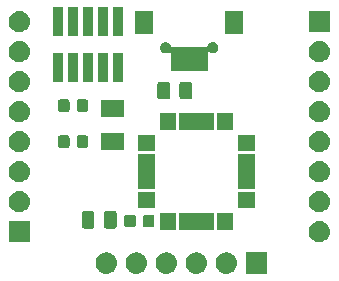
<source format=gbr>
G04 #@! TF.GenerationSoftware,KiCad,Pcbnew,(5.0.1)-rc2*
G04 #@! TF.CreationDate,2019-05-10T17:24:36-07:00*
G04 #@! TF.ProjectId,SAMD21E,53414D443231452E6B696361645F7063,rev?*
G04 #@! TF.SameCoordinates,Original*
G04 #@! TF.FileFunction,Soldermask,Top*
G04 #@! TF.FilePolarity,Negative*
%FSLAX46Y46*%
G04 Gerber Fmt 4.6, Leading zero omitted, Abs format (unit mm)*
G04 Created by KiCad (PCBNEW (5.0.1)-rc2) date 5/10/2019 5:24:36 PM*
%MOMM*%
%LPD*%
G01*
G04 APERTURE LIST*
%ADD10C,0.100000*%
G04 APERTURE END LIST*
D10*
G36*
X152510443Y-110992519D02*
X152576627Y-110999037D01*
X152689853Y-111033384D01*
X152746467Y-111050557D01*
X152885087Y-111124652D01*
X152902991Y-111134222D01*
X152938729Y-111163552D01*
X153040186Y-111246814D01*
X153123448Y-111348271D01*
X153152778Y-111384009D01*
X153152779Y-111384011D01*
X153236443Y-111540533D01*
X153236443Y-111540534D01*
X153287963Y-111710373D01*
X153305359Y-111887000D01*
X153287963Y-112063627D01*
X153253616Y-112176853D01*
X153236443Y-112233467D01*
X153162348Y-112372087D01*
X153152778Y-112389991D01*
X153123448Y-112425729D01*
X153040186Y-112527186D01*
X152938729Y-112610448D01*
X152902991Y-112639778D01*
X152902989Y-112639779D01*
X152746467Y-112723443D01*
X152689853Y-112740616D01*
X152576627Y-112774963D01*
X152510443Y-112781481D01*
X152444260Y-112788000D01*
X152355740Y-112788000D01*
X152289557Y-112781481D01*
X152223373Y-112774963D01*
X152110147Y-112740616D01*
X152053533Y-112723443D01*
X151897011Y-112639779D01*
X151897009Y-112639778D01*
X151861271Y-112610448D01*
X151759814Y-112527186D01*
X151676552Y-112425729D01*
X151647222Y-112389991D01*
X151637652Y-112372087D01*
X151563557Y-112233467D01*
X151546384Y-112176853D01*
X151512037Y-112063627D01*
X151494641Y-111887000D01*
X151512037Y-111710373D01*
X151563557Y-111540534D01*
X151563557Y-111540533D01*
X151647221Y-111384011D01*
X151647222Y-111384009D01*
X151676552Y-111348271D01*
X151759814Y-111246814D01*
X151861271Y-111163552D01*
X151897009Y-111134222D01*
X151914913Y-111124652D01*
X152053533Y-111050557D01*
X152110147Y-111033384D01*
X152223373Y-110999037D01*
X152289557Y-110992519D01*
X152355740Y-110986000D01*
X152444260Y-110986000D01*
X152510443Y-110992519D01*
X152510443Y-110992519D01*
G37*
G36*
X162670443Y-110992519D02*
X162736627Y-110999037D01*
X162849853Y-111033384D01*
X162906467Y-111050557D01*
X163045087Y-111124652D01*
X163062991Y-111134222D01*
X163098729Y-111163552D01*
X163200186Y-111246814D01*
X163283448Y-111348271D01*
X163312778Y-111384009D01*
X163312779Y-111384011D01*
X163396443Y-111540533D01*
X163396443Y-111540534D01*
X163447963Y-111710373D01*
X163465359Y-111887000D01*
X163447963Y-112063627D01*
X163413616Y-112176853D01*
X163396443Y-112233467D01*
X163322348Y-112372087D01*
X163312778Y-112389991D01*
X163283448Y-112425729D01*
X163200186Y-112527186D01*
X163098729Y-112610448D01*
X163062991Y-112639778D01*
X163062989Y-112639779D01*
X162906467Y-112723443D01*
X162849853Y-112740616D01*
X162736627Y-112774963D01*
X162670443Y-112781481D01*
X162604260Y-112788000D01*
X162515740Y-112788000D01*
X162449557Y-112781481D01*
X162383373Y-112774963D01*
X162270147Y-112740616D01*
X162213533Y-112723443D01*
X162057011Y-112639779D01*
X162057009Y-112639778D01*
X162021271Y-112610448D01*
X161919814Y-112527186D01*
X161836552Y-112425729D01*
X161807222Y-112389991D01*
X161797652Y-112372087D01*
X161723557Y-112233467D01*
X161706384Y-112176853D01*
X161672037Y-112063627D01*
X161654641Y-111887000D01*
X161672037Y-111710373D01*
X161723557Y-111540534D01*
X161723557Y-111540533D01*
X161807221Y-111384011D01*
X161807222Y-111384009D01*
X161836552Y-111348271D01*
X161919814Y-111246814D01*
X162021271Y-111163552D01*
X162057009Y-111134222D01*
X162074913Y-111124652D01*
X162213533Y-111050557D01*
X162270147Y-111033384D01*
X162383373Y-110999037D01*
X162449557Y-110992519D01*
X162515740Y-110986000D01*
X162604260Y-110986000D01*
X162670443Y-110992519D01*
X162670443Y-110992519D01*
G37*
G36*
X166001000Y-112788000D02*
X164199000Y-112788000D01*
X164199000Y-110986000D01*
X166001000Y-110986000D01*
X166001000Y-112788000D01*
X166001000Y-112788000D01*
G37*
G36*
X160130443Y-110992519D02*
X160196627Y-110999037D01*
X160309853Y-111033384D01*
X160366467Y-111050557D01*
X160505087Y-111124652D01*
X160522991Y-111134222D01*
X160558729Y-111163552D01*
X160660186Y-111246814D01*
X160743448Y-111348271D01*
X160772778Y-111384009D01*
X160772779Y-111384011D01*
X160856443Y-111540533D01*
X160856443Y-111540534D01*
X160907963Y-111710373D01*
X160925359Y-111887000D01*
X160907963Y-112063627D01*
X160873616Y-112176853D01*
X160856443Y-112233467D01*
X160782348Y-112372087D01*
X160772778Y-112389991D01*
X160743448Y-112425729D01*
X160660186Y-112527186D01*
X160558729Y-112610448D01*
X160522991Y-112639778D01*
X160522989Y-112639779D01*
X160366467Y-112723443D01*
X160309853Y-112740616D01*
X160196627Y-112774963D01*
X160130443Y-112781481D01*
X160064260Y-112788000D01*
X159975740Y-112788000D01*
X159909557Y-112781481D01*
X159843373Y-112774963D01*
X159730147Y-112740616D01*
X159673533Y-112723443D01*
X159517011Y-112639779D01*
X159517009Y-112639778D01*
X159481271Y-112610448D01*
X159379814Y-112527186D01*
X159296552Y-112425729D01*
X159267222Y-112389991D01*
X159257652Y-112372087D01*
X159183557Y-112233467D01*
X159166384Y-112176853D01*
X159132037Y-112063627D01*
X159114641Y-111887000D01*
X159132037Y-111710373D01*
X159183557Y-111540534D01*
X159183557Y-111540533D01*
X159267221Y-111384011D01*
X159267222Y-111384009D01*
X159296552Y-111348271D01*
X159379814Y-111246814D01*
X159481271Y-111163552D01*
X159517009Y-111134222D01*
X159534913Y-111124652D01*
X159673533Y-111050557D01*
X159730147Y-111033384D01*
X159843373Y-110999037D01*
X159909557Y-110992519D01*
X159975740Y-110986000D01*
X160064260Y-110986000D01*
X160130443Y-110992519D01*
X160130443Y-110992519D01*
G37*
G36*
X155050443Y-110992519D02*
X155116627Y-110999037D01*
X155229853Y-111033384D01*
X155286467Y-111050557D01*
X155425087Y-111124652D01*
X155442991Y-111134222D01*
X155478729Y-111163552D01*
X155580186Y-111246814D01*
X155663448Y-111348271D01*
X155692778Y-111384009D01*
X155692779Y-111384011D01*
X155776443Y-111540533D01*
X155776443Y-111540534D01*
X155827963Y-111710373D01*
X155845359Y-111887000D01*
X155827963Y-112063627D01*
X155793616Y-112176853D01*
X155776443Y-112233467D01*
X155702348Y-112372087D01*
X155692778Y-112389991D01*
X155663448Y-112425729D01*
X155580186Y-112527186D01*
X155478729Y-112610448D01*
X155442991Y-112639778D01*
X155442989Y-112639779D01*
X155286467Y-112723443D01*
X155229853Y-112740616D01*
X155116627Y-112774963D01*
X155050443Y-112781481D01*
X154984260Y-112788000D01*
X154895740Y-112788000D01*
X154829557Y-112781481D01*
X154763373Y-112774963D01*
X154650147Y-112740616D01*
X154593533Y-112723443D01*
X154437011Y-112639779D01*
X154437009Y-112639778D01*
X154401271Y-112610448D01*
X154299814Y-112527186D01*
X154216552Y-112425729D01*
X154187222Y-112389991D01*
X154177652Y-112372087D01*
X154103557Y-112233467D01*
X154086384Y-112176853D01*
X154052037Y-112063627D01*
X154034641Y-111887000D01*
X154052037Y-111710373D01*
X154103557Y-111540534D01*
X154103557Y-111540533D01*
X154187221Y-111384011D01*
X154187222Y-111384009D01*
X154216552Y-111348271D01*
X154299814Y-111246814D01*
X154401271Y-111163552D01*
X154437009Y-111134222D01*
X154454913Y-111124652D01*
X154593533Y-111050557D01*
X154650147Y-111033384D01*
X154763373Y-110999037D01*
X154829557Y-110992519D01*
X154895740Y-110986000D01*
X154984260Y-110986000D01*
X155050443Y-110992519D01*
X155050443Y-110992519D01*
G37*
G36*
X157590443Y-110992519D02*
X157656627Y-110999037D01*
X157769853Y-111033384D01*
X157826467Y-111050557D01*
X157965087Y-111124652D01*
X157982991Y-111134222D01*
X158018729Y-111163552D01*
X158120186Y-111246814D01*
X158203448Y-111348271D01*
X158232778Y-111384009D01*
X158232779Y-111384011D01*
X158316443Y-111540533D01*
X158316443Y-111540534D01*
X158367963Y-111710373D01*
X158385359Y-111887000D01*
X158367963Y-112063627D01*
X158333616Y-112176853D01*
X158316443Y-112233467D01*
X158242348Y-112372087D01*
X158232778Y-112389991D01*
X158203448Y-112425729D01*
X158120186Y-112527186D01*
X158018729Y-112610448D01*
X157982991Y-112639778D01*
X157982989Y-112639779D01*
X157826467Y-112723443D01*
X157769853Y-112740616D01*
X157656627Y-112774963D01*
X157590443Y-112781481D01*
X157524260Y-112788000D01*
X157435740Y-112788000D01*
X157369557Y-112781481D01*
X157303373Y-112774963D01*
X157190147Y-112740616D01*
X157133533Y-112723443D01*
X156977011Y-112639779D01*
X156977009Y-112639778D01*
X156941271Y-112610448D01*
X156839814Y-112527186D01*
X156756552Y-112425729D01*
X156727222Y-112389991D01*
X156717652Y-112372087D01*
X156643557Y-112233467D01*
X156626384Y-112176853D01*
X156592037Y-112063627D01*
X156574641Y-111887000D01*
X156592037Y-111710373D01*
X156643557Y-111540534D01*
X156643557Y-111540533D01*
X156727221Y-111384011D01*
X156727222Y-111384009D01*
X156756552Y-111348271D01*
X156839814Y-111246814D01*
X156941271Y-111163552D01*
X156977009Y-111134222D01*
X156994913Y-111124652D01*
X157133533Y-111050557D01*
X157190147Y-111033384D01*
X157303373Y-110999037D01*
X157369557Y-110992519D01*
X157435740Y-110986000D01*
X157524260Y-110986000D01*
X157590443Y-110992519D01*
X157590443Y-110992519D01*
G37*
G36*
X170544443Y-108325519D02*
X170610627Y-108332037D01*
X170723853Y-108366384D01*
X170780467Y-108383557D01*
X170919087Y-108457652D01*
X170936991Y-108467222D01*
X170972729Y-108496552D01*
X171074186Y-108579814D01*
X171136152Y-108655321D01*
X171186778Y-108717009D01*
X171186779Y-108717011D01*
X171270443Y-108873533D01*
X171287515Y-108929812D01*
X171321963Y-109043373D01*
X171339359Y-109220000D01*
X171321963Y-109396627D01*
X171287616Y-109509853D01*
X171270443Y-109566467D01*
X171196348Y-109705087D01*
X171186778Y-109722991D01*
X171157448Y-109758729D01*
X171074186Y-109860186D01*
X170972729Y-109943448D01*
X170936991Y-109972778D01*
X170936989Y-109972779D01*
X170780467Y-110056443D01*
X170723853Y-110073616D01*
X170610627Y-110107963D01*
X170544443Y-110114481D01*
X170478260Y-110121000D01*
X170389740Y-110121000D01*
X170323557Y-110114481D01*
X170257373Y-110107963D01*
X170144147Y-110073616D01*
X170087533Y-110056443D01*
X169931011Y-109972779D01*
X169931009Y-109972778D01*
X169895271Y-109943448D01*
X169793814Y-109860186D01*
X169710552Y-109758729D01*
X169681222Y-109722991D01*
X169671652Y-109705087D01*
X169597557Y-109566467D01*
X169580384Y-109509853D01*
X169546037Y-109396627D01*
X169528641Y-109220000D01*
X169546037Y-109043373D01*
X169580485Y-108929812D01*
X169597557Y-108873533D01*
X169681221Y-108717011D01*
X169681222Y-108717009D01*
X169731848Y-108655321D01*
X169793814Y-108579814D01*
X169895271Y-108496552D01*
X169931009Y-108467222D01*
X169948913Y-108457652D01*
X170087533Y-108383557D01*
X170144147Y-108366384D01*
X170257373Y-108332037D01*
X170323557Y-108325519D01*
X170389740Y-108319000D01*
X170478260Y-108319000D01*
X170544443Y-108325519D01*
X170544443Y-108325519D01*
G37*
G36*
X145935000Y-110121000D02*
X144133000Y-110121000D01*
X144133000Y-108319000D01*
X145935000Y-108319000D01*
X145935000Y-110121000D01*
X145935000Y-110121000D01*
G37*
G36*
X161492130Y-109060180D02*
X158547870Y-109060180D01*
X158547870Y-107657700D01*
X161492130Y-107657700D01*
X161492130Y-109060180D01*
X161492130Y-109060180D01*
G37*
G36*
X158296810Y-109060180D02*
X156947670Y-109060180D01*
X156947670Y-107657700D01*
X158296810Y-107657700D01*
X158296810Y-109060180D01*
X158296810Y-109060180D01*
G37*
G36*
X163092330Y-109060180D02*
X161743190Y-109060180D01*
X161743190Y-107657700D01*
X163092330Y-107657700D01*
X163092330Y-109060180D01*
X163092330Y-109060180D01*
G37*
G36*
X151227166Y-107467725D02*
X151265837Y-107479456D01*
X151301479Y-107498508D01*
X151332717Y-107524143D01*
X151358352Y-107555381D01*
X151377404Y-107591023D01*
X151389135Y-107629694D01*
X151393700Y-107676048D01*
X151393700Y-108752272D01*
X151389135Y-108798626D01*
X151377404Y-108837297D01*
X151358352Y-108872939D01*
X151332717Y-108904177D01*
X151301479Y-108929812D01*
X151265837Y-108948864D01*
X151227166Y-108960595D01*
X151180812Y-108965160D01*
X150529588Y-108965160D01*
X150483234Y-108960595D01*
X150444563Y-108948864D01*
X150408921Y-108929812D01*
X150377683Y-108904177D01*
X150352048Y-108872939D01*
X150332996Y-108837297D01*
X150321265Y-108798626D01*
X150316700Y-108752272D01*
X150316700Y-107676048D01*
X150321265Y-107629694D01*
X150332996Y-107591023D01*
X150352048Y-107555381D01*
X150377683Y-107524143D01*
X150408921Y-107498508D01*
X150444563Y-107479456D01*
X150483234Y-107467725D01*
X150529588Y-107463160D01*
X151180812Y-107463160D01*
X151227166Y-107467725D01*
X151227166Y-107467725D01*
G37*
G36*
X153102166Y-107467725D02*
X153140837Y-107479456D01*
X153176479Y-107498508D01*
X153207717Y-107524143D01*
X153233352Y-107555381D01*
X153252404Y-107591023D01*
X153264135Y-107629694D01*
X153268700Y-107676048D01*
X153268700Y-108752272D01*
X153264135Y-108798626D01*
X153252404Y-108837297D01*
X153233352Y-108872939D01*
X153207717Y-108904177D01*
X153176479Y-108929812D01*
X153140837Y-108948864D01*
X153102166Y-108960595D01*
X153055812Y-108965160D01*
X152404588Y-108965160D01*
X152358234Y-108960595D01*
X152319563Y-108948864D01*
X152283921Y-108929812D01*
X152252683Y-108904177D01*
X152227048Y-108872939D01*
X152207996Y-108837297D01*
X152196265Y-108798626D01*
X152191700Y-108752272D01*
X152191700Y-107676048D01*
X152196265Y-107629694D01*
X152207996Y-107591023D01*
X152227048Y-107555381D01*
X152252683Y-107524143D01*
X152283921Y-107498508D01*
X152319563Y-107479456D01*
X152358234Y-107467725D01*
X152404588Y-107463160D01*
X153055812Y-107463160D01*
X153102166Y-107467725D01*
X153102166Y-107467725D01*
G37*
G36*
X154748491Y-107804005D02*
X154782469Y-107814313D01*
X154813787Y-107831053D01*
X154841239Y-107853581D01*
X154863767Y-107881033D01*
X154880507Y-107912351D01*
X154890815Y-107946329D01*
X154894900Y-107987810D01*
X154894900Y-108664030D01*
X154890815Y-108705511D01*
X154880507Y-108739489D01*
X154863767Y-108770807D01*
X154841239Y-108798259D01*
X154813787Y-108820787D01*
X154782469Y-108837527D01*
X154748491Y-108847835D01*
X154707010Y-108851920D01*
X154105790Y-108851920D01*
X154064309Y-108847835D01*
X154030331Y-108837527D01*
X153999013Y-108820787D01*
X153971561Y-108798259D01*
X153949033Y-108770807D01*
X153932293Y-108739489D01*
X153921985Y-108705511D01*
X153917900Y-108664030D01*
X153917900Y-107987810D01*
X153921985Y-107946329D01*
X153932293Y-107912351D01*
X153949033Y-107881033D01*
X153971561Y-107853581D01*
X153999013Y-107831053D01*
X154030331Y-107814313D01*
X154064309Y-107804005D01*
X154105790Y-107799920D01*
X154707010Y-107799920D01*
X154748491Y-107804005D01*
X154748491Y-107804005D01*
G37*
G36*
X156323491Y-107804005D02*
X156357469Y-107814313D01*
X156388787Y-107831053D01*
X156416239Y-107853581D01*
X156438767Y-107881033D01*
X156455507Y-107912351D01*
X156465815Y-107946329D01*
X156469900Y-107987810D01*
X156469900Y-108664030D01*
X156465815Y-108705511D01*
X156455507Y-108739489D01*
X156438767Y-108770807D01*
X156416239Y-108798259D01*
X156388787Y-108820787D01*
X156357469Y-108837527D01*
X156323491Y-108847835D01*
X156282010Y-108851920D01*
X155680790Y-108851920D01*
X155639309Y-108847835D01*
X155605331Y-108837527D01*
X155574013Y-108820787D01*
X155546561Y-108798259D01*
X155524033Y-108770807D01*
X155507293Y-108739489D01*
X155496985Y-108705511D01*
X155492900Y-108664030D01*
X155492900Y-107987810D01*
X155496985Y-107946329D01*
X155507293Y-107912351D01*
X155524033Y-107881033D01*
X155546561Y-107853581D01*
X155574013Y-107831053D01*
X155605331Y-107814313D01*
X155639309Y-107804005D01*
X155680790Y-107799920D01*
X156282010Y-107799920D01*
X156323491Y-107804005D01*
X156323491Y-107804005D01*
G37*
G36*
X170544443Y-105785519D02*
X170610627Y-105792037D01*
X170723853Y-105826384D01*
X170780467Y-105843557D01*
X170919087Y-105917652D01*
X170936991Y-105927222D01*
X170972729Y-105956552D01*
X171074186Y-106039814D01*
X171157448Y-106141271D01*
X171186778Y-106177009D01*
X171186779Y-106177011D01*
X171270443Y-106333533D01*
X171270443Y-106333534D01*
X171321963Y-106503373D01*
X171339359Y-106680000D01*
X171321963Y-106856627D01*
X171287616Y-106969853D01*
X171270443Y-107026467D01*
X171196348Y-107165087D01*
X171186778Y-107182991D01*
X171162700Y-107212330D01*
X171074186Y-107320186D01*
X170972729Y-107403448D01*
X170936991Y-107432778D01*
X170936989Y-107432779D01*
X170780467Y-107516443D01*
X170723853Y-107533616D01*
X170610627Y-107567963D01*
X170544443Y-107574481D01*
X170478260Y-107581000D01*
X170389740Y-107581000D01*
X170323557Y-107574481D01*
X170257373Y-107567963D01*
X170144147Y-107533616D01*
X170087533Y-107516443D01*
X169931011Y-107432779D01*
X169931009Y-107432778D01*
X169895271Y-107403448D01*
X169793814Y-107320186D01*
X169705300Y-107212330D01*
X169681222Y-107182991D01*
X169671652Y-107165087D01*
X169597557Y-107026467D01*
X169580384Y-106969853D01*
X169546037Y-106856627D01*
X169528641Y-106680000D01*
X169546037Y-106503373D01*
X169597557Y-106333534D01*
X169597557Y-106333533D01*
X169681221Y-106177011D01*
X169681222Y-106177009D01*
X169710552Y-106141271D01*
X169793814Y-106039814D01*
X169895271Y-105956552D01*
X169931009Y-105927222D01*
X169948913Y-105917652D01*
X170087533Y-105843557D01*
X170144147Y-105826384D01*
X170257373Y-105792037D01*
X170323557Y-105785519D01*
X170389740Y-105779000D01*
X170478260Y-105779000D01*
X170544443Y-105785519D01*
X170544443Y-105785519D01*
G37*
G36*
X145144443Y-105785519D02*
X145210627Y-105792037D01*
X145323853Y-105826384D01*
X145380467Y-105843557D01*
X145519087Y-105917652D01*
X145536991Y-105927222D01*
X145572729Y-105956552D01*
X145674186Y-106039814D01*
X145757448Y-106141271D01*
X145786778Y-106177009D01*
X145786779Y-106177011D01*
X145870443Y-106333533D01*
X145870443Y-106333534D01*
X145921963Y-106503373D01*
X145939359Y-106680000D01*
X145921963Y-106856627D01*
X145887616Y-106969853D01*
X145870443Y-107026467D01*
X145796348Y-107165087D01*
X145786778Y-107182991D01*
X145762700Y-107212330D01*
X145674186Y-107320186D01*
X145572729Y-107403448D01*
X145536991Y-107432778D01*
X145536989Y-107432779D01*
X145380467Y-107516443D01*
X145323853Y-107533616D01*
X145210627Y-107567963D01*
X145144443Y-107574481D01*
X145078260Y-107581000D01*
X144989740Y-107581000D01*
X144923557Y-107574481D01*
X144857373Y-107567963D01*
X144744147Y-107533616D01*
X144687533Y-107516443D01*
X144531011Y-107432779D01*
X144531009Y-107432778D01*
X144495271Y-107403448D01*
X144393814Y-107320186D01*
X144305300Y-107212330D01*
X144281222Y-107182991D01*
X144271652Y-107165087D01*
X144197557Y-107026467D01*
X144180384Y-106969853D01*
X144146037Y-106856627D01*
X144128641Y-106680000D01*
X144146037Y-106503373D01*
X144197557Y-106333534D01*
X144197557Y-106333533D01*
X144281221Y-106177011D01*
X144281222Y-106177009D01*
X144310552Y-106141271D01*
X144393814Y-106039814D01*
X144495271Y-105956552D01*
X144531009Y-105927222D01*
X144548913Y-105917652D01*
X144687533Y-105843557D01*
X144744147Y-105826384D01*
X144857373Y-105792037D01*
X144923557Y-105785519D01*
X144989740Y-105779000D01*
X145078260Y-105779000D01*
X145144443Y-105785519D01*
X145144443Y-105785519D01*
G37*
G36*
X156507380Y-107212330D02*
X155104900Y-107212330D01*
X155104900Y-105863190D01*
X156507380Y-105863190D01*
X156507380Y-107212330D01*
X156507380Y-107212330D01*
G37*
G36*
X164960500Y-107212330D02*
X163558020Y-107212330D01*
X163558020Y-105863190D01*
X164960500Y-105863190D01*
X164960500Y-107212330D01*
X164960500Y-107212330D01*
G37*
G36*
X156507380Y-105612130D02*
X155104900Y-105612130D01*
X155104900Y-102667870D01*
X156507380Y-102667870D01*
X156507380Y-105612130D01*
X156507380Y-105612130D01*
G37*
G36*
X164960500Y-105612130D02*
X163558020Y-105612130D01*
X163558020Y-102667870D01*
X164960500Y-102667870D01*
X164960500Y-105612130D01*
X164960500Y-105612130D01*
G37*
G36*
X170544443Y-103245519D02*
X170610627Y-103252037D01*
X170723853Y-103286384D01*
X170780467Y-103303557D01*
X170919087Y-103377652D01*
X170936991Y-103387222D01*
X170972729Y-103416552D01*
X171074186Y-103499814D01*
X171157448Y-103601271D01*
X171186778Y-103637009D01*
X171186779Y-103637011D01*
X171270443Y-103793533D01*
X171270443Y-103793534D01*
X171321963Y-103963373D01*
X171339359Y-104140000D01*
X171321963Y-104316627D01*
X171287616Y-104429853D01*
X171270443Y-104486467D01*
X171196348Y-104625087D01*
X171186778Y-104642991D01*
X171157448Y-104678729D01*
X171074186Y-104780186D01*
X170972729Y-104863448D01*
X170936991Y-104892778D01*
X170936989Y-104892779D01*
X170780467Y-104976443D01*
X170723853Y-104993616D01*
X170610627Y-105027963D01*
X170544442Y-105034482D01*
X170478260Y-105041000D01*
X170389740Y-105041000D01*
X170323557Y-105034481D01*
X170257373Y-105027963D01*
X170144147Y-104993616D01*
X170087533Y-104976443D01*
X169931011Y-104892779D01*
X169931009Y-104892778D01*
X169895271Y-104863448D01*
X169793814Y-104780186D01*
X169710552Y-104678729D01*
X169681222Y-104642991D01*
X169671652Y-104625087D01*
X169597557Y-104486467D01*
X169580384Y-104429853D01*
X169546037Y-104316627D01*
X169528641Y-104140000D01*
X169546037Y-103963373D01*
X169597557Y-103793534D01*
X169597557Y-103793533D01*
X169681221Y-103637011D01*
X169681222Y-103637009D01*
X169710552Y-103601271D01*
X169793814Y-103499814D01*
X169895271Y-103416552D01*
X169931009Y-103387222D01*
X169948913Y-103377652D01*
X170087533Y-103303557D01*
X170144147Y-103286384D01*
X170257373Y-103252037D01*
X170323558Y-103245518D01*
X170389740Y-103239000D01*
X170478260Y-103239000D01*
X170544443Y-103245519D01*
X170544443Y-103245519D01*
G37*
G36*
X145144443Y-103245519D02*
X145210627Y-103252037D01*
X145323853Y-103286384D01*
X145380467Y-103303557D01*
X145519087Y-103377652D01*
X145536991Y-103387222D01*
X145572729Y-103416552D01*
X145674186Y-103499814D01*
X145757448Y-103601271D01*
X145786778Y-103637009D01*
X145786779Y-103637011D01*
X145870443Y-103793533D01*
X145870443Y-103793534D01*
X145921963Y-103963373D01*
X145939359Y-104140000D01*
X145921963Y-104316627D01*
X145887616Y-104429853D01*
X145870443Y-104486467D01*
X145796348Y-104625087D01*
X145786778Y-104642991D01*
X145757448Y-104678729D01*
X145674186Y-104780186D01*
X145572729Y-104863448D01*
X145536991Y-104892778D01*
X145536989Y-104892779D01*
X145380467Y-104976443D01*
X145323853Y-104993616D01*
X145210627Y-105027963D01*
X145144442Y-105034482D01*
X145078260Y-105041000D01*
X144989740Y-105041000D01*
X144923557Y-105034481D01*
X144857373Y-105027963D01*
X144744147Y-104993616D01*
X144687533Y-104976443D01*
X144531011Y-104892779D01*
X144531009Y-104892778D01*
X144495271Y-104863448D01*
X144393814Y-104780186D01*
X144310552Y-104678729D01*
X144281222Y-104642991D01*
X144271652Y-104625087D01*
X144197557Y-104486467D01*
X144180384Y-104429853D01*
X144146037Y-104316627D01*
X144128641Y-104140000D01*
X144146037Y-103963373D01*
X144197557Y-103793534D01*
X144197557Y-103793533D01*
X144281221Y-103637011D01*
X144281222Y-103637009D01*
X144310552Y-103601271D01*
X144393814Y-103499814D01*
X144495271Y-103416552D01*
X144531009Y-103387222D01*
X144548913Y-103377652D01*
X144687533Y-103303557D01*
X144744147Y-103286384D01*
X144857373Y-103252037D01*
X144923558Y-103245518D01*
X144989740Y-103239000D01*
X145078260Y-103239000D01*
X145144443Y-103245519D01*
X145144443Y-103245519D01*
G37*
G36*
X145144443Y-100705519D02*
X145210627Y-100712037D01*
X145323853Y-100746384D01*
X145380467Y-100763557D01*
X145519087Y-100837652D01*
X145536991Y-100847222D01*
X145572729Y-100876552D01*
X145674186Y-100959814D01*
X145757448Y-101061271D01*
X145786778Y-101097009D01*
X145786779Y-101097011D01*
X145870443Y-101253533D01*
X145870443Y-101253534D01*
X145921963Y-101423373D01*
X145939359Y-101600000D01*
X145921963Y-101776627D01*
X145890074Y-101881750D01*
X145870443Y-101946467D01*
X145812718Y-102054461D01*
X145786778Y-102102991D01*
X145771746Y-102121307D01*
X145674186Y-102240186D01*
X145572729Y-102323448D01*
X145536991Y-102352778D01*
X145536989Y-102352779D01*
X145380467Y-102436443D01*
X145323853Y-102453616D01*
X145210627Y-102487963D01*
X145144442Y-102494482D01*
X145078260Y-102501000D01*
X144989740Y-102501000D01*
X144923558Y-102494482D01*
X144857373Y-102487963D01*
X144744147Y-102453616D01*
X144687533Y-102436443D01*
X144531011Y-102352779D01*
X144531009Y-102352778D01*
X144495271Y-102323448D01*
X144393814Y-102240186D01*
X144296254Y-102121307D01*
X144281222Y-102102991D01*
X144255282Y-102054461D01*
X144197557Y-101946467D01*
X144177926Y-101881750D01*
X144146037Y-101776627D01*
X144128641Y-101600000D01*
X144146037Y-101423373D01*
X144197557Y-101253534D01*
X144197557Y-101253533D01*
X144281221Y-101097011D01*
X144281222Y-101097009D01*
X144310552Y-101061271D01*
X144393814Y-100959814D01*
X144495271Y-100876552D01*
X144531009Y-100847222D01*
X144548913Y-100837652D01*
X144687533Y-100763557D01*
X144744147Y-100746384D01*
X144857373Y-100712037D01*
X144923557Y-100705519D01*
X144989740Y-100699000D01*
X145078260Y-100699000D01*
X145144443Y-100705519D01*
X145144443Y-100705519D01*
G37*
G36*
X170544443Y-100705519D02*
X170610627Y-100712037D01*
X170723853Y-100746384D01*
X170780467Y-100763557D01*
X170919087Y-100837652D01*
X170936991Y-100847222D01*
X170972729Y-100876552D01*
X171074186Y-100959814D01*
X171157448Y-101061271D01*
X171186778Y-101097009D01*
X171186779Y-101097011D01*
X171270443Y-101253533D01*
X171270443Y-101253534D01*
X171321963Y-101423373D01*
X171339359Y-101600000D01*
X171321963Y-101776627D01*
X171290074Y-101881750D01*
X171270443Y-101946467D01*
X171212718Y-102054461D01*
X171186778Y-102102991D01*
X171171746Y-102121307D01*
X171074186Y-102240186D01*
X170972729Y-102323448D01*
X170936991Y-102352778D01*
X170936989Y-102352779D01*
X170780467Y-102436443D01*
X170723853Y-102453616D01*
X170610627Y-102487963D01*
X170544442Y-102494482D01*
X170478260Y-102501000D01*
X170389740Y-102501000D01*
X170323558Y-102494482D01*
X170257373Y-102487963D01*
X170144147Y-102453616D01*
X170087533Y-102436443D01*
X169931011Y-102352779D01*
X169931009Y-102352778D01*
X169895271Y-102323448D01*
X169793814Y-102240186D01*
X169696254Y-102121307D01*
X169681222Y-102102991D01*
X169655282Y-102054461D01*
X169597557Y-101946467D01*
X169577926Y-101881750D01*
X169546037Y-101776627D01*
X169528641Y-101600000D01*
X169546037Y-101423373D01*
X169597557Y-101253534D01*
X169597557Y-101253533D01*
X169681221Y-101097011D01*
X169681222Y-101097009D01*
X169710552Y-101061271D01*
X169793814Y-100959814D01*
X169895271Y-100876552D01*
X169931009Y-100847222D01*
X169948913Y-100837652D01*
X170087533Y-100763557D01*
X170144147Y-100746384D01*
X170257373Y-100712037D01*
X170323557Y-100705519D01*
X170389740Y-100699000D01*
X170478260Y-100699000D01*
X170544443Y-100705519D01*
X170544443Y-100705519D01*
G37*
G36*
X156507380Y-102416810D02*
X155104900Y-102416810D01*
X155104900Y-101067670D01*
X156507380Y-101067670D01*
X156507380Y-102416810D01*
X156507380Y-102416810D01*
G37*
G36*
X164960500Y-102416810D02*
X163558020Y-102416810D01*
X163558020Y-101067670D01*
X164960500Y-101067670D01*
X164960500Y-102416810D01*
X164960500Y-102416810D01*
G37*
G36*
X153859000Y-102301000D02*
X151957000Y-102301000D01*
X151957000Y-100899000D01*
X153859000Y-100899000D01*
X153859000Y-102301000D01*
X153859000Y-102301000D01*
G37*
G36*
X149135091Y-101078085D02*
X149169069Y-101088393D01*
X149200387Y-101105133D01*
X149227839Y-101127661D01*
X149250367Y-101155113D01*
X149267107Y-101186431D01*
X149277415Y-101220409D01*
X149281500Y-101261890D01*
X149281500Y-101938110D01*
X149277415Y-101979591D01*
X149267107Y-102013569D01*
X149250367Y-102044887D01*
X149227839Y-102072339D01*
X149200387Y-102094867D01*
X149169069Y-102111607D01*
X149135091Y-102121915D01*
X149093610Y-102126000D01*
X148492390Y-102126000D01*
X148450909Y-102121915D01*
X148416931Y-102111607D01*
X148385613Y-102094867D01*
X148358161Y-102072339D01*
X148335633Y-102044887D01*
X148318893Y-102013569D01*
X148308585Y-101979591D01*
X148304500Y-101938110D01*
X148304500Y-101261890D01*
X148308585Y-101220409D01*
X148318893Y-101186431D01*
X148335633Y-101155113D01*
X148358161Y-101127661D01*
X148385613Y-101105133D01*
X148416931Y-101088393D01*
X148450909Y-101078085D01*
X148492390Y-101074000D01*
X149093610Y-101074000D01*
X149135091Y-101078085D01*
X149135091Y-101078085D01*
G37*
G36*
X150710091Y-101078085D02*
X150744069Y-101088393D01*
X150775387Y-101105133D01*
X150802839Y-101127661D01*
X150825367Y-101155113D01*
X150842107Y-101186431D01*
X150852415Y-101220409D01*
X150856500Y-101261890D01*
X150856500Y-101938110D01*
X150852415Y-101979591D01*
X150842107Y-102013569D01*
X150825367Y-102044887D01*
X150802839Y-102072339D01*
X150775387Y-102094867D01*
X150744069Y-102111607D01*
X150710091Y-102121915D01*
X150668610Y-102126000D01*
X150067390Y-102126000D01*
X150025909Y-102121915D01*
X149991931Y-102111607D01*
X149960613Y-102094867D01*
X149933161Y-102072339D01*
X149910633Y-102044887D01*
X149893893Y-102013569D01*
X149883585Y-101979591D01*
X149879500Y-101938110D01*
X149879500Y-101261890D01*
X149883585Y-101220409D01*
X149893893Y-101186431D01*
X149910633Y-101155113D01*
X149933161Y-101127661D01*
X149960613Y-101105133D01*
X149991931Y-101088393D01*
X150025909Y-101078085D01*
X150067390Y-101074000D01*
X150668610Y-101074000D01*
X150710091Y-101078085D01*
X150710091Y-101078085D01*
G37*
G36*
X158296810Y-100612140D02*
X156947670Y-100612140D01*
X156947670Y-99209660D01*
X158296810Y-99209660D01*
X158296810Y-100612140D01*
X158296810Y-100612140D01*
G37*
G36*
X161492130Y-100612140D02*
X158547870Y-100612140D01*
X158547870Y-99209660D01*
X161492130Y-99209660D01*
X161492130Y-100612140D01*
X161492130Y-100612140D01*
G37*
G36*
X163092330Y-100612140D02*
X161743190Y-100612140D01*
X161743190Y-99209660D01*
X163092330Y-99209660D01*
X163092330Y-100612140D01*
X163092330Y-100612140D01*
G37*
G36*
X170544443Y-98165519D02*
X170610627Y-98172037D01*
X170723853Y-98206384D01*
X170780467Y-98223557D01*
X170867822Y-98270250D01*
X170936991Y-98307222D01*
X170972729Y-98336552D01*
X171074186Y-98419814D01*
X171157448Y-98521271D01*
X171186778Y-98557009D01*
X171186779Y-98557011D01*
X171270443Y-98713533D01*
X171270443Y-98713534D01*
X171321963Y-98883373D01*
X171339359Y-99060000D01*
X171321963Y-99236627D01*
X171287616Y-99349853D01*
X171270443Y-99406467D01*
X171219913Y-99501000D01*
X171186778Y-99562991D01*
X171157448Y-99598729D01*
X171074186Y-99700186D01*
X170972729Y-99783448D01*
X170936991Y-99812778D01*
X170936989Y-99812779D01*
X170780467Y-99896443D01*
X170723853Y-99913616D01*
X170610627Y-99947963D01*
X170544443Y-99954481D01*
X170478260Y-99961000D01*
X170389740Y-99961000D01*
X170323557Y-99954481D01*
X170257373Y-99947963D01*
X170144147Y-99913616D01*
X170087533Y-99896443D01*
X169931011Y-99812779D01*
X169931009Y-99812778D01*
X169895271Y-99783448D01*
X169793814Y-99700186D01*
X169710552Y-99598729D01*
X169681222Y-99562991D01*
X169648087Y-99501000D01*
X169597557Y-99406467D01*
X169580384Y-99349853D01*
X169546037Y-99236627D01*
X169528641Y-99060000D01*
X169546037Y-98883373D01*
X169597557Y-98713534D01*
X169597557Y-98713533D01*
X169681221Y-98557011D01*
X169681222Y-98557009D01*
X169710552Y-98521271D01*
X169793814Y-98419814D01*
X169895271Y-98336552D01*
X169931009Y-98307222D01*
X170000178Y-98270250D01*
X170087533Y-98223557D01*
X170144147Y-98206384D01*
X170257373Y-98172037D01*
X170323557Y-98165519D01*
X170389740Y-98159000D01*
X170478260Y-98159000D01*
X170544443Y-98165519D01*
X170544443Y-98165519D01*
G37*
G36*
X145144443Y-98165519D02*
X145210627Y-98172037D01*
X145323853Y-98206384D01*
X145380467Y-98223557D01*
X145467822Y-98270250D01*
X145536991Y-98307222D01*
X145572729Y-98336552D01*
X145674186Y-98419814D01*
X145757448Y-98521271D01*
X145786778Y-98557009D01*
X145786779Y-98557011D01*
X145870443Y-98713533D01*
X145870443Y-98713534D01*
X145921963Y-98883373D01*
X145939359Y-99060000D01*
X145921963Y-99236627D01*
X145887616Y-99349853D01*
X145870443Y-99406467D01*
X145819913Y-99501000D01*
X145786778Y-99562991D01*
X145757448Y-99598729D01*
X145674186Y-99700186D01*
X145572729Y-99783448D01*
X145536991Y-99812778D01*
X145536989Y-99812779D01*
X145380467Y-99896443D01*
X145323853Y-99913616D01*
X145210627Y-99947963D01*
X145144443Y-99954481D01*
X145078260Y-99961000D01*
X144989740Y-99961000D01*
X144923557Y-99954481D01*
X144857373Y-99947963D01*
X144744147Y-99913616D01*
X144687533Y-99896443D01*
X144531011Y-99812779D01*
X144531009Y-99812778D01*
X144495271Y-99783448D01*
X144393814Y-99700186D01*
X144310552Y-99598729D01*
X144281222Y-99562991D01*
X144248087Y-99501000D01*
X144197557Y-99406467D01*
X144180384Y-99349853D01*
X144146037Y-99236627D01*
X144128641Y-99060000D01*
X144146037Y-98883373D01*
X144197557Y-98713534D01*
X144197557Y-98713533D01*
X144281221Y-98557011D01*
X144281222Y-98557009D01*
X144310552Y-98521271D01*
X144393814Y-98419814D01*
X144495271Y-98336552D01*
X144531009Y-98307222D01*
X144600178Y-98270250D01*
X144687533Y-98223557D01*
X144744147Y-98206384D01*
X144857373Y-98172037D01*
X144923557Y-98165519D01*
X144989740Y-98159000D01*
X145078260Y-98159000D01*
X145144443Y-98165519D01*
X145144443Y-98165519D01*
G37*
G36*
X153859000Y-99501000D02*
X151957000Y-99501000D01*
X151957000Y-98099000D01*
X153859000Y-98099000D01*
X153859000Y-99501000D01*
X153859000Y-99501000D01*
G37*
G36*
X150710091Y-98030085D02*
X150744069Y-98040393D01*
X150775387Y-98057133D01*
X150802839Y-98079661D01*
X150825367Y-98107113D01*
X150842107Y-98138431D01*
X150852415Y-98172409D01*
X150856500Y-98213890D01*
X150856500Y-98890110D01*
X150852415Y-98931591D01*
X150842107Y-98965569D01*
X150825367Y-98996887D01*
X150802839Y-99024339D01*
X150775387Y-99046867D01*
X150744069Y-99063607D01*
X150710091Y-99073915D01*
X150668610Y-99078000D01*
X150067390Y-99078000D01*
X150025909Y-99073915D01*
X149991931Y-99063607D01*
X149960613Y-99046867D01*
X149933161Y-99024339D01*
X149910633Y-98996887D01*
X149893893Y-98965569D01*
X149883585Y-98931591D01*
X149879500Y-98890110D01*
X149879500Y-98213890D01*
X149883585Y-98172409D01*
X149893893Y-98138431D01*
X149910633Y-98107113D01*
X149933161Y-98079661D01*
X149960613Y-98057133D01*
X149991931Y-98040393D01*
X150025909Y-98030085D01*
X150067390Y-98026000D01*
X150668610Y-98026000D01*
X150710091Y-98030085D01*
X150710091Y-98030085D01*
G37*
G36*
X149135091Y-98030085D02*
X149169069Y-98040393D01*
X149200387Y-98057133D01*
X149227839Y-98079661D01*
X149250367Y-98107113D01*
X149267107Y-98138431D01*
X149277415Y-98172409D01*
X149281500Y-98213890D01*
X149281500Y-98890110D01*
X149277415Y-98931591D01*
X149267107Y-98965569D01*
X149250367Y-98996887D01*
X149227839Y-99024339D01*
X149200387Y-99046867D01*
X149169069Y-99063607D01*
X149135091Y-99073915D01*
X149093610Y-99078000D01*
X148492390Y-99078000D01*
X148450909Y-99073915D01*
X148416931Y-99063607D01*
X148385613Y-99046867D01*
X148358161Y-99024339D01*
X148335633Y-98996887D01*
X148318893Y-98965569D01*
X148308585Y-98931591D01*
X148304500Y-98890110D01*
X148304500Y-98213890D01*
X148308585Y-98172409D01*
X148318893Y-98138431D01*
X148335633Y-98107113D01*
X148358161Y-98079661D01*
X148385613Y-98057133D01*
X148416931Y-98040393D01*
X148450909Y-98030085D01*
X148492390Y-98026000D01*
X149093610Y-98026000D01*
X149135091Y-98030085D01*
X149135091Y-98030085D01*
G37*
G36*
X159502966Y-96535565D02*
X159541637Y-96547296D01*
X159577279Y-96566348D01*
X159608517Y-96591983D01*
X159634152Y-96623221D01*
X159653204Y-96658863D01*
X159664935Y-96697534D01*
X159669500Y-96743888D01*
X159669500Y-97820112D01*
X159664935Y-97866466D01*
X159653204Y-97905137D01*
X159634152Y-97940779D01*
X159608517Y-97972017D01*
X159577279Y-97997652D01*
X159541637Y-98016704D01*
X159502966Y-98028435D01*
X159456612Y-98033000D01*
X158805388Y-98033000D01*
X158759034Y-98028435D01*
X158720363Y-98016704D01*
X158684721Y-97997652D01*
X158653483Y-97972017D01*
X158627848Y-97940779D01*
X158608796Y-97905137D01*
X158597065Y-97866466D01*
X158592500Y-97820112D01*
X158592500Y-96743888D01*
X158597065Y-96697534D01*
X158608796Y-96658863D01*
X158627848Y-96623221D01*
X158653483Y-96591983D01*
X158684721Y-96566348D01*
X158720363Y-96547296D01*
X158759034Y-96535565D01*
X158805388Y-96531000D01*
X159456612Y-96531000D01*
X159502966Y-96535565D01*
X159502966Y-96535565D01*
G37*
G36*
X157627966Y-96535565D02*
X157666637Y-96547296D01*
X157702279Y-96566348D01*
X157733517Y-96591983D01*
X157759152Y-96623221D01*
X157778204Y-96658863D01*
X157789935Y-96697534D01*
X157794500Y-96743888D01*
X157794500Y-97820112D01*
X157789935Y-97866466D01*
X157778204Y-97905137D01*
X157759152Y-97940779D01*
X157733517Y-97972017D01*
X157702279Y-97997652D01*
X157666637Y-98016704D01*
X157627966Y-98028435D01*
X157581612Y-98033000D01*
X156930388Y-98033000D01*
X156884034Y-98028435D01*
X156845363Y-98016704D01*
X156809721Y-97997652D01*
X156778483Y-97972017D01*
X156752848Y-97940779D01*
X156733796Y-97905137D01*
X156722065Y-97866466D01*
X156717500Y-97820112D01*
X156717500Y-96743888D01*
X156722065Y-96697534D01*
X156733796Y-96658863D01*
X156752848Y-96623221D01*
X156778483Y-96591983D01*
X156809721Y-96566348D01*
X156845363Y-96547296D01*
X156884034Y-96535565D01*
X156930388Y-96531000D01*
X157581612Y-96531000D01*
X157627966Y-96535565D01*
X157627966Y-96535565D01*
G37*
G36*
X145144442Y-95625518D02*
X145210627Y-95632037D01*
X145314347Y-95663500D01*
X145380467Y-95683557D01*
X145519087Y-95757652D01*
X145536991Y-95767222D01*
X145572729Y-95796552D01*
X145674186Y-95879814D01*
X145757448Y-95981271D01*
X145786778Y-96017009D01*
X145786779Y-96017011D01*
X145870443Y-96173533D01*
X145870443Y-96173534D01*
X145921963Y-96343373D01*
X145939359Y-96520000D01*
X145921963Y-96696627D01*
X145890529Y-96800250D01*
X145870443Y-96866467D01*
X145796348Y-97005087D01*
X145786778Y-97022991D01*
X145757448Y-97058729D01*
X145674186Y-97160186D01*
X145572729Y-97243448D01*
X145536991Y-97272778D01*
X145536989Y-97272779D01*
X145380467Y-97356443D01*
X145323853Y-97373616D01*
X145210627Y-97407963D01*
X145144442Y-97414482D01*
X145078260Y-97421000D01*
X144989740Y-97421000D01*
X144923558Y-97414482D01*
X144857373Y-97407963D01*
X144744147Y-97373616D01*
X144687533Y-97356443D01*
X144531011Y-97272779D01*
X144531009Y-97272778D01*
X144495271Y-97243448D01*
X144393814Y-97160186D01*
X144310552Y-97058729D01*
X144281222Y-97022991D01*
X144271652Y-97005087D01*
X144197557Y-96866467D01*
X144177471Y-96800250D01*
X144146037Y-96696627D01*
X144128641Y-96520000D01*
X144146037Y-96343373D01*
X144197557Y-96173534D01*
X144197557Y-96173533D01*
X144281221Y-96017011D01*
X144281222Y-96017009D01*
X144310552Y-95981271D01*
X144393814Y-95879814D01*
X144495271Y-95796552D01*
X144531009Y-95767222D01*
X144548913Y-95757652D01*
X144687533Y-95683557D01*
X144753653Y-95663500D01*
X144857373Y-95632037D01*
X144923558Y-95625518D01*
X144989740Y-95619000D01*
X145078260Y-95619000D01*
X145144442Y-95625518D01*
X145144442Y-95625518D01*
G37*
G36*
X170544442Y-95625518D02*
X170610627Y-95632037D01*
X170714347Y-95663500D01*
X170780467Y-95683557D01*
X170919087Y-95757652D01*
X170936991Y-95767222D01*
X170972729Y-95796552D01*
X171074186Y-95879814D01*
X171157448Y-95981271D01*
X171186778Y-96017009D01*
X171186779Y-96017011D01*
X171270443Y-96173533D01*
X171270443Y-96173534D01*
X171321963Y-96343373D01*
X171339359Y-96520000D01*
X171321963Y-96696627D01*
X171290529Y-96800250D01*
X171270443Y-96866467D01*
X171196348Y-97005087D01*
X171186778Y-97022991D01*
X171157448Y-97058729D01*
X171074186Y-97160186D01*
X170972729Y-97243448D01*
X170936991Y-97272778D01*
X170936989Y-97272779D01*
X170780467Y-97356443D01*
X170723853Y-97373616D01*
X170610627Y-97407963D01*
X170544442Y-97414482D01*
X170478260Y-97421000D01*
X170389740Y-97421000D01*
X170323558Y-97414482D01*
X170257373Y-97407963D01*
X170144147Y-97373616D01*
X170087533Y-97356443D01*
X169931011Y-97272779D01*
X169931009Y-97272778D01*
X169895271Y-97243448D01*
X169793814Y-97160186D01*
X169710552Y-97058729D01*
X169681222Y-97022991D01*
X169671652Y-97005087D01*
X169597557Y-96866467D01*
X169577471Y-96800250D01*
X169546037Y-96696627D01*
X169528641Y-96520000D01*
X169546037Y-96343373D01*
X169597557Y-96173534D01*
X169597557Y-96173533D01*
X169681221Y-96017011D01*
X169681222Y-96017009D01*
X169710552Y-95981271D01*
X169793814Y-95879814D01*
X169895271Y-95796552D01*
X169931009Y-95767222D01*
X169948913Y-95757652D01*
X170087533Y-95683557D01*
X170153653Y-95663500D01*
X170257373Y-95632037D01*
X170323558Y-95625518D01*
X170389740Y-95619000D01*
X170478260Y-95619000D01*
X170544442Y-95625518D01*
X170544442Y-95625518D01*
G37*
G36*
X153837000Y-96591000D02*
X152995000Y-96591000D01*
X152995000Y-94089000D01*
X153837000Y-94089000D01*
X153837000Y-96591000D01*
X153837000Y-96591000D01*
G37*
G36*
X152567000Y-96591000D02*
X151725000Y-96591000D01*
X151725000Y-94089000D01*
X152567000Y-94089000D01*
X152567000Y-96591000D01*
X152567000Y-96591000D01*
G37*
G36*
X148757000Y-96591000D02*
X147915000Y-96591000D01*
X147915000Y-94089000D01*
X148757000Y-94089000D01*
X148757000Y-96591000D01*
X148757000Y-96591000D01*
G37*
G36*
X150027000Y-96591000D02*
X149185000Y-96591000D01*
X149185000Y-94089000D01*
X150027000Y-94089000D01*
X150027000Y-96591000D01*
X150027000Y-96591000D01*
G37*
G36*
X151297000Y-96591000D02*
X150455000Y-96591000D01*
X150455000Y-94089000D01*
X151297000Y-94089000D01*
X151297000Y-96591000D01*
X151297000Y-96591000D01*
G37*
G36*
X157555341Y-93204792D02*
X157555343Y-93204793D01*
X157555344Y-93204793D01*
X157641970Y-93240674D01*
X157641971Y-93240675D01*
X157719935Y-93292769D01*
X157786231Y-93359065D01*
X157786233Y-93359068D01*
X157838326Y-93437030D01*
X157854886Y-93477011D01*
X157857920Y-93484335D01*
X157869471Y-93505946D01*
X157885017Y-93524888D01*
X157903959Y-93540434D01*
X157925569Y-93551985D01*
X157949019Y-93559098D01*
X157973405Y-93561500D01*
X160859595Y-93561500D01*
X160883981Y-93559098D01*
X160907430Y-93551985D01*
X160929041Y-93540434D01*
X160947983Y-93524888D01*
X160963529Y-93505946D01*
X160975080Y-93484335D01*
X160978114Y-93477011D01*
X160994674Y-93437030D01*
X161046767Y-93359068D01*
X161046769Y-93359065D01*
X161113065Y-93292769D01*
X161191029Y-93240675D01*
X161191030Y-93240674D01*
X161277656Y-93204793D01*
X161277657Y-93204793D01*
X161277659Y-93204792D01*
X161369617Y-93186500D01*
X161463383Y-93186500D01*
X161555341Y-93204792D01*
X161555343Y-93204793D01*
X161555344Y-93204793D01*
X161641970Y-93240674D01*
X161641971Y-93240675D01*
X161719935Y-93292769D01*
X161786231Y-93359065D01*
X161786233Y-93359068D01*
X161838326Y-93437030D01*
X161854886Y-93477011D01*
X161874208Y-93523659D01*
X161881257Y-93559098D01*
X161892500Y-93615618D01*
X161892500Y-93709382D01*
X161874207Y-93801344D01*
X161838326Y-93887970D01*
X161838325Y-93887971D01*
X161786231Y-93965935D01*
X161719935Y-94032231D01*
X161719932Y-94032233D01*
X161641970Y-94084326D01*
X161555344Y-94120207D01*
X161555343Y-94120207D01*
X161555341Y-94120208D01*
X161463383Y-94138500D01*
X161369617Y-94138500D01*
X161277659Y-94120208D01*
X161277657Y-94120207D01*
X161277656Y-94120207D01*
X161191030Y-94084326D01*
X161191029Y-94084326D01*
X161191028Y-94084325D01*
X161161947Y-94064893D01*
X161140336Y-94053341D01*
X161116887Y-94046228D01*
X161092500Y-94043826D01*
X161068114Y-94046228D01*
X161044665Y-94053341D01*
X161023054Y-94064892D01*
X161004112Y-94080437D01*
X160988567Y-94099379D01*
X160977015Y-94120990D01*
X160969902Y-94144439D01*
X160967500Y-94168826D01*
X160967500Y-95663500D01*
X157865500Y-95663500D01*
X157865500Y-94168826D01*
X157863098Y-94144440D01*
X157855985Y-94120991D01*
X157844434Y-94099380D01*
X157828888Y-94080438D01*
X157809946Y-94064892D01*
X157788335Y-94053341D01*
X157764886Y-94046228D01*
X157740500Y-94043826D01*
X157716114Y-94046228D01*
X157692665Y-94053341D01*
X157671053Y-94064893D01*
X157641972Y-94084325D01*
X157641971Y-94084326D01*
X157641970Y-94084326D01*
X157555344Y-94120207D01*
X157555343Y-94120207D01*
X157555341Y-94120208D01*
X157463383Y-94138500D01*
X157369617Y-94138500D01*
X157277659Y-94120208D01*
X157277657Y-94120207D01*
X157277656Y-94120207D01*
X157191030Y-94084326D01*
X157113068Y-94032233D01*
X157113065Y-94032231D01*
X157046769Y-93965935D01*
X156994675Y-93887971D01*
X156994674Y-93887970D01*
X156958793Y-93801344D01*
X156940500Y-93709382D01*
X156940500Y-93615618D01*
X156951743Y-93559098D01*
X156958792Y-93523659D01*
X156978114Y-93477011D01*
X156994674Y-93437030D01*
X157046767Y-93359068D01*
X157046769Y-93359065D01*
X157113065Y-93292769D01*
X157191029Y-93240675D01*
X157191030Y-93240674D01*
X157277656Y-93204793D01*
X157277657Y-93204793D01*
X157277659Y-93204792D01*
X157369617Y-93186500D01*
X157463383Y-93186500D01*
X157555341Y-93204792D01*
X157555341Y-93204792D01*
G37*
G36*
X145144443Y-93085519D02*
X145210627Y-93092037D01*
X145323853Y-93126384D01*
X145380467Y-93143557D01*
X145495028Y-93204792D01*
X145536991Y-93227222D01*
X145553382Y-93240674D01*
X145674186Y-93339814D01*
X145753967Y-93437029D01*
X145786778Y-93477009D01*
X145786779Y-93477011D01*
X145870443Y-93633533D01*
X145870443Y-93633534D01*
X145921963Y-93803373D01*
X145939359Y-93980000D01*
X145921963Y-94156627D01*
X145918262Y-94168826D01*
X145870443Y-94326467D01*
X145796348Y-94465087D01*
X145786778Y-94482991D01*
X145757448Y-94518729D01*
X145674186Y-94620186D01*
X145572729Y-94703448D01*
X145536991Y-94732778D01*
X145536989Y-94732779D01*
X145380467Y-94816443D01*
X145323853Y-94833616D01*
X145210627Y-94867963D01*
X145144443Y-94874481D01*
X145078260Y-94881000D01*
X144989740Y-94881000D01*
X144923557Y-94874481D01*
X144857373Y-94867963D01*
X144744147Y-94833616D01*
X144687533Y-94816443D01*
X144531011Y-94732779D01*
X144531009Y-94732778D01*
X144495271Y-94703448D01*
X144393814Y-94620186D01*
X144310552Y-94518729D01*
X144281222Y-94482991D01*
X144271652Y-94465087D01*
X144197557Y-94326467D01*
X144149738Y-94168826D01*
X144146037Y-94156627D01*
X144128641Y-93980000D01*
X144146037Y-93803373D01*
X144197557Y-93633534D01*
X144197557Y-93633533D01*
X144281221Y-93477011D01*
X144281222Y-93477009D01*
X144314033Y-93437029D01*
X144393814Y-93339814D01*
X144514618Y-93240674D01*
X144531009Y-93227222D01*
X144572972Y-93204792D01*
X144687533Y-93143557D01*
X144744147Y-93126384D01*
X144857373Y-93092037D01*
X144923557Y-93085519D01*
X144989740Y-93079000D01*
X145078260Y-93079000D01*
X145144443Y-93085519D01*
X145144443Y-93085519D01*
G37*
G36*
X170544443Y-93085519D02*
X170610627Y-93092037D01*
X170723853Y-93126384D01*
X170780467Y-93143557D01*
X170895028Y-93204792D01*
X170936991Y-93227222D01*
X170953382Y-93240674D01*
X171074186Y-93339814D01*
X171153967Y-93437029D01*
X171186778Y-93477009D01*
X171186779Y-93477011D01*
X171270443Y-93633533D01*
X171270443Y-93633534D01*
X171321963Y-93803373D01*
X171339359Y-93980000D01*
X171321963Y-94156627D01*
X171318262Y-94168826D01*
X171270443Y-94326467D01*
X171196348Y-94465087D01*
X171186778Y-94482991D01*
X171157448Y-94518729D01*
X171074186Y-94620186D01*
X170972729Y-94703448D01*
X170936991Y-94732778D01*
X170936989Y-94732779D01*
X170780467Y-94816443D01*
X170723853Y-94833616D01*
X170610627Y-94867963D01*
X170544443Y-94874481D01*
X170478260Y-94881000D01*
X170389740Y-94881000D01*
X170323557Y-94874481D01*
X170257373Y-94867963D01*
X170144147Y-94833616D01*
X170087533Y-94816443D01*
X169931011Y-94732779D01*
X169931009Y-94732778D01*
X169895271Y-94703448D01*
X169793814Y-94620186D01*
X169710552Y-94518729D01*
X169681222Y-94482991D01*
X169671652Y-94465087D01*
X169597557Y-94326467D01*
X169549738Y-94168826D01*
X169546037Y-94156627D01*
X169528641Y-93980000D01*
X169546037Y-93803373D01*
X169597557Y-93633534D01*
X169597557Y-93633533D01*
X169681221Y-93477011D01*
X169681222Y-93477009D01*
X169714033Y-93437029D01*
X169793814Y-93339814D01*
X169914618Y-93240674D01*
X169931009Y-93227222D01*
X169972972Y-93204792D01*
X170087533Y-93143557D01*
X170144147Y-93126384D01*
X170257373Y-93092037D01*
X170323557Y-93085519D01*
X170389740Y-93079000D01*
X170478260Y-93079000D01*
X170544443Y-93085519D01*
X170544443Y-93085519D01*
G37*
G36*
X153837000Y-92691000D02*
X152995000Y-92691000D01*
X152995000Y-90189000D01*
X153837000Y-90189000D01*
X153837000Y-92691000D01*
X153837000Y-92691000D01*
G37*
G36*
X148757000Y-92691000D02*
X147915000Y-92691000D01*
X147915000Y-90189000D01*
X148757000Y-90189000D01*
X148757000Y-92691000D01*
X148757000Y-92691000D01*
G37*
G36*
X150027000Y-92691000D02*
X149185000Y-92691000D01*
X149185000Y-90189000D01*
X150027000Y-90189000D01*
X150027000Y-92691000D01*
X150027000Y-92691000D01*
G37*
G36*
X151297000Y-92691000D02*
X150455000Y-92691000D01*
X150455000Y-90189000D01*
X151297000Y-90189000D01*
X151297000Y-92691000D01*
X151297000Y-92691000D01*
G37*
G36*
X152567000Y-92691000D02*
X151725000Y-92691000D01*
X151725000Y-90189000D01*
X152567000Y-90189000D01*
X152567000Y-92691000D01*
X152567000Y-92691000D01*
G37*
G36*
X163967500Y-92513500D02*
X162465500Y-92513500D01*
X162465500Y-90511500D01*
X163967500Y-90511500D01*
X163967500Y-92513500D01*
X163967500Y-92513500D01*
G37*
G36*
X156367500Y-92513500D02*
X154865500Y-92513500D01*
X154865500Y-90511500D01*
X156367500Y-90511500D01*
X156367500Y-92513500D01*
X156367500Y-92513500D01*
G37*
G36*
X171335000Y-92341000D02*
X169533000Y-92341000D01*
X169533000Y-90539000D01*
X171335000Y-90539000D01*
X171335000Y-92341000D01*
X171335000Y-92341000D01*
G37*
G36*
X145144443Y-90545519D02*
X145210627Y-90552037D01*
X145323853Y-90586384D01*
X145380467Y-90603557D01*
X145519087Y-90677652D01*
X145536991Y-90687222D01*
X145572729Y-90716552D01*
X145674186Y-90799814D01*
X145757448Y-90901271D01*
X145786778Y-90937009D01*
X145786779Y-90937011D01*
X145870443Y-91093533D01*
X145870443Y-91093534D01*
X145921963Y-91263373D01*
X145939359Y-91440000D01*
X145921963Y-91616627D01*
X145887616Y-91729853D01*
X145870443Y-91786467D01*
X145796348Y-91925087D01*
X145786778Y-91942991D01*
X145757448Y-91978729D01*
X145674186Y-92080186D01*
X145572729Y-92163448D01*
X145536991Y-92192778D01*
X145536989Y-92192779D01*
X145380467Y-92276443D01*
X145323853Y-92293616D01*
X145210627Y-92327963D01*
X145144443Y-92334481D01*
X145078260Y-92341000D01*
X144989740Y-92341000D01*
X144923557Y-92334481D01*
X144857373Y-92327963D01*
X144744147Y-92293616D01*
X144687533Y-92276443D01*
X144531011Y-92192779D01*
X144531009Y-92192778D01*
X144495271Y-92163448D01*
X144393814Y-92080186D01*
X144310552Y-91978729D01*
X144281222Y-91942991D01*
X144271652Y-91925087D01*
X144197557Y-91786467D01*
X144180384Y-91729853D01*
X144146037Y-91616627D01*
X144128641Y-91440000D01*
X144146037Y-91263373D01*
X144197557Y-91093534D01*
X144197557Y-91093533D01*
X144281221Y-90937011D01*
X144281222Y-90937009D01*
X144310552Y-90901271D01*
X144393814Y-90799814D01*
X144495271Y-90716552D01*
X144531009Y-90687222D01*
X144548913Y-90677652D01*
X144687533Y-90603557D01*
X144744147Y-90586384D01*
X144857373Y-90552037D01*
X144923557Y-90545519D01*
X144989740Y-90539000D01*
X145078260Y-90539000D01*
X145144443Y-90545519D01*
X145144443Y-90545519D01*
G37*
M02*

</source>
